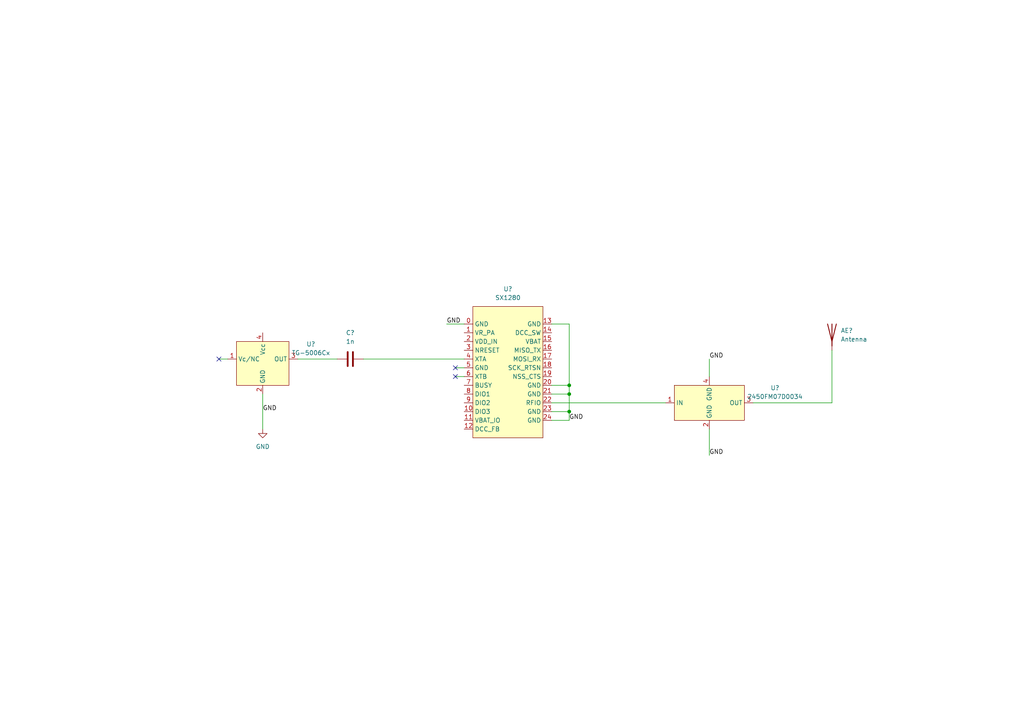
<source format=kicad_sch>
(kicad_sch (version 20211123) (generator eeschema)
  (paper "A4")
  (lib_symbols
    (symbol "Device:Antenna" (pin_numbers hide) (pin_names (offset 1.016) hide)
      (property "Reference" "AE" (at -1.905 1.905 0))
      (property "Value" "Antenna" (at -1.905 0 0))
      (symbol "Antenna_0_1"
        (polyline (pts (xy 0 2.54) (xy 0 -3.81)) (stroke (width 0.254)))
        (polyline (pts (xy 1.27 2.54) (xy 0 -2.54) (xy -1.27 2.54)) (stroke (width 0.254)))
      )
      (symbol "Antenna_1_1"
        (pin input line (at 0 -5.08 90) (length 2.54) (name "A") (number "1"))
      )
    )
    (symbol "Device:C" (pin_numbers hide) (pin_names (offset 0.254))
      (property "Reference" "C" (at 0.635 2.54 0))
      (property "Value" "C" (at 0.635 -2.54 0))
      (symbol "C_0_1"
        (polyline (pts (xy -2.032 -0.762) (xy 2.032 -0.762)) (stroke (width 0.508)))
        (polyline (pts (xy -2.032 0.762) (xy 2.032 0.762)) (stroke (width 0.508)))
      )
      (symbol "C_1_1"
        (pin passive line (at 0 3.81 270) (length 2.794) (name "~") (number "1"))
        (pin passive line (at 0 -3.81 90) (length 2.794) (name "~") (number "2"))
      )
    )
    (symbol "Oscillator:TG-5006Cx"
      (property "Reference" "U" (at -7.62 10.16 0))
      (property "Value" "TG-5006Cx" (at -7.62 7.62 0))
      (symbol "TG-5006Cx_0_1"
        (rectangle (start -7.62 5.08) (end 7.62 -7.62) (fill (type background)))
      )
      (symbol "TG-5006Cx_1_1"
        (pin input line (at -10.16 0 0) (length 2.54) (name "Vc/NC") (number "1"))
        (pin input line (at 0 -10.16 90) (length 2.54) (name "GND") (number "2"))
        (pin output line (at 10.16 0 180) (length 2.54) (name "OUT") (number "3"))
        (pin input line (at 0 7.62 270) (length 2.54) (name "Vcc") (number "4"))
      )
    )
    (symbol "RF_Filter:2450FM07D0034"
      (property "Reference" "U" (at -12.7 7.62 0))
      (property "Value" "2450FM07D0034" (at -12.7 5.08 0))
      (symbol "2450FM07D0034_0_1"
        (rectangle (start -10.16 2.54) (end 10.16 -7.62) (fill (type background)))
      )
      (symbol "2450FM07D0034_1_1"
        (pin input line (at -12.7 -2.54 0) (length 2.54) (name "IN") (number "1"))
        (pin input line (at 0 -10.16 90) (length 2.54) (name "GND") (number "2"))
        (pin output line (at 12.7 -2.54 180) (length 2.54) (name "OUT") (number "3"))
        (pin output line (at 0 5.08 270) (length 2.54) (name "GND") (number "4"))
      )
    )
    (symbol "power:GND" (power) (pin_names (offset 0))
      (property "Value" "GND" (at 0 -3.81 0))
      (symbol "GND_0_1"
        (polyline (pts (xy 0 0) (xy 0 -1.27) (xy 1.27 -1.27) (xy 0 -2.54) (xy -1.27 -1.27) (xy 0 -1.27)))
      )
      (symbol "GND_1_1"
        (pin power_in line (at 0 0 270) (length 0) hide (name "GND") (number "1"))
      )
    )
    (symbol "semtech:SX1280"
      (property "Reference" "U" (at 0 2.54 0))
      (property "Value" "SX1280" (at 0 0 0))
      (symbol "SX1280_0_1"
        (rectangle (start -10.16 5.08) (end 10.16 -33.02) (fill (type background)))
      )
      (symbol "SX1280_1_1"
        (pin input line (at -12.7 0 0) (length 2.54) (name "GND") (number "0"))
        (pin input line (at -12.7 -2.54 0) (length 2.54) (name "VR_PA") (number "1"))
        (pin bidirectional line (at -12.7 -25.4 0) (length 2.54) (name "DIO3") (number "10"))
        (pin input line (at -12.7 -27.94 0) (length 2.54) (name "VBAT_IO") (number "11"))
        (pin output line (at -12.7 -30.48 0) (length 2.54) (name "DCC_FB") (number "12"))
        (pin input line (at 12.7 0 180) (length 2.54) (name "GND") (number "13"))
        (pin output line (at 12.7 -2.54 180) (length 2.54) (name "DCC_SW") (number "14"))
        (pin input line (at 12.7 -5.08 180) (length 2.54) (name "VBAT") (number "15"))
        (pin output line (at 12.7 -7.62 180) (length 2.54) (name "MISO_TX") (number "16"))
        (pin input line (at 12.7 -10.16 180) (length 2.54) (name "MOSI_RX") (number "17"))
        (pin input line (at 12.7 -12.7 180) (length 2.54) (name "SCK_RTSN") (number "18"))
        (pin input line (at 12.7 -15.24 180) (length 2.54) (name "NSS_CTS") (number "19"))
        (pin input line (at -12.7 -5.08 0) (length 2.54) (name "VDD_IN") (number "2"))
        (pin input line (at 12.7 -17.78 180) (length 2.54) (name "GND") (number "20"))
        (pin input line (at 12.7 -20.32 180) (length 2.54) (name "GND") (number "21"))
        (pin bidirectional line (at 12.7 -22.86 180) (length 2.54) (name "RFIO") (number "22"))
        (pin input line (at 12.7 -25.4 180) (length 2.54) (name "GND") (number "23"))
        (pin input line (at 12.7 -27.94 180) (length 2.54) (name "GND") (number "24"))
        (pin input line (at -12.7 -7.62 0) (length 2.54) (name "NRESET") (number "3"))
        (pin input line (at -12.7 -10.16 0) (length 2.54) (name "XTA") (number "4"))
        (pin input line (at -12.7 -12.7 0) (length 2.54) (name "GND") (number "5"))
        (pin input line (at -12.7 -15.24 0) (length 2.54) (name "XTB") (number "6"))
        (pin input line (at -12.7 -17.78 0) (length 2.54) (name "BUSY") (number "7"))
        (pin bidirectional line (at -12.7 -20.32 0) (length 2.54) (name "DIO1") (number "8"))
        (pin bidirectional line (at -12.7 -22.86 0) (length 2.54) (name "DIO2") (number "9"))
      )
    )
  )
  (junction (at 165.1 114.3))
  (junction (at 165.1 111.76))
  (junction (at 165.1 119.38))
  (no_connect (at 132.08 109.22))
  (no_connect (at 63.5 104.14))
  (no_connect (at 132.08 106.68))
  (wire (pts (xy 160.02 93.98) (xy 165.1 93.98)))
  (wire (pts (xy 165.1 121.92) (xy 165.1 119.38)))
  (wire (pts (xy 160.02 119.38) (xy 165.1 119.38)))
  (wire (pts (xy 160.02 116.84) (xy 193.04 116.84)))
  (wire (pts (xy 129.54 93.98) (xy 134.62 93.98)))
  (wire (pts (xy 86.36 104.14) (xy 97.79 104.14)))
  (wire (pts (xy 205.74 124.46) (xy 205.74 132.08)))
  (wire (pts (xy 165.1 119.38) (xy 165.1 114.3)))
  (wire (pts (xy 132.08 109.22) (xy 134.62 109.22)))
  (wire (pts (xy 218.44 116.84) (xy 241.3 116.84)))
  (wire (pts (xy 160.02 121.92) (xy 165.1 121.92)))
  (wire (pts (xy 134.62 106.68) (xy 132.08 106.68)))
  (wire (pts (xy 205.74 104.14) (xy 205.74 109.22)))
  (wire (pts (xy 165.1 114.3) (xy 165.1 111.76)))
  (wire (pts (xy 241.3 101.6) (xy 241.3 116.84)))
  (wire (pts (xy 160.02 111.76) (xy 165.1 111.76)))
  (wire (pts (xy 63.5 104.14) (xy 66.04 104.14)))
  (wire (pts (xy 105.41 104.14) (xy 134.62 104.14)))
  (wire (pts (xy 76.2 114.3) (xy 76.2 124.46)))
  (wire (pts (xy 165.1 111.76) (xy 165.1 93.98)))
  (wire (pts (xy 160.02 114.3) (xy 165.1 114.3)))
  (label "GND" (at 76.2 119.38 0))
  (label "GND" (at 129.54 93.98 0))
  (label "GND" (at 165.1 121.92 0))
  (label "GND" (at 205.74 104.14 0))
  (label "GND" (at 205.74 132.08 0))
  (symbol (lib_id "Device:C") (at 101.6 104.14 90) (unit 1)
    (property "Reference" "C?" (at 101.6 96.52 90))
    (property "Value" "1n" (at 101.6 99.06 90))
  )
  (symbol (lib_id "semtech:SX1280") (at 147.32 93.98 0) (unit 1)
    (property "Reference" "U?" (at 147.32 83.82 0))
    (property "Value" "SX1280" (at 147.32 86.36 0))
  )
  (symbol (lib_id "Oscillator:TG-5006Cx") (at 76.2 104.14 0) (unit 1)
    (property "Reference" "U?" (at 90.17 99.8093 0))
    (property "Value" "TG-5006Cx" (at 90.17 102.3493 0))
  )
  (symbol (lib_id "Device:Antenna") (at 241.3 96.52 0) (unit 1)
    (property "Reference" "AE?" (at 243.84 95.8849 0) (effects (justify left)))
    (property "Value" "Antenna" (at 243.84 98.4249 0) (effects (justify left)))
  )
  (symbol (lib_id "power:GND") (at 76.2 124.46 0) (unit 1)
    (property "Reference" "#PWR?" (effects hide))
    (property "Value" "GND" (at 76.2 129.54 0))
  )
  (symbol (lib_id "RF_Filter:2450FM07D0034") (at 205.74 114.3 0) (unit 1)
    (property "Reference" "U?" (at 224.79 112.5093 0))
    (property "Value" "2450FM07D0034" (at 224.79 115.0493 0))
  )
)
</source>
